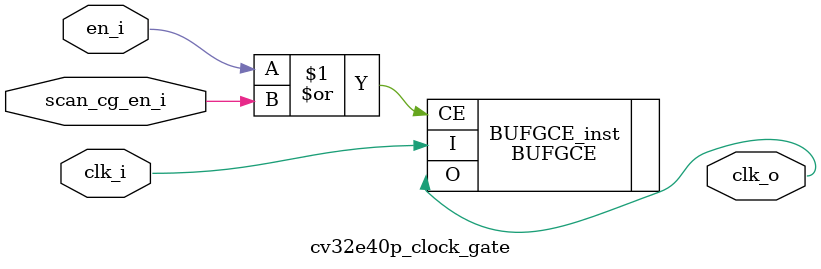
<source format=v>
module cv32e40p_clock_gate(
    input clk_i,
    input en_i,
    input scan_cg_en_i,
    output clk_o
);
    BUFGCE BUFGCE_inst (
        .O(clk_o),
        .CE(en_i | scan_cg_en_i),
        .I(clk_i)
    );
endmodule
</source>
